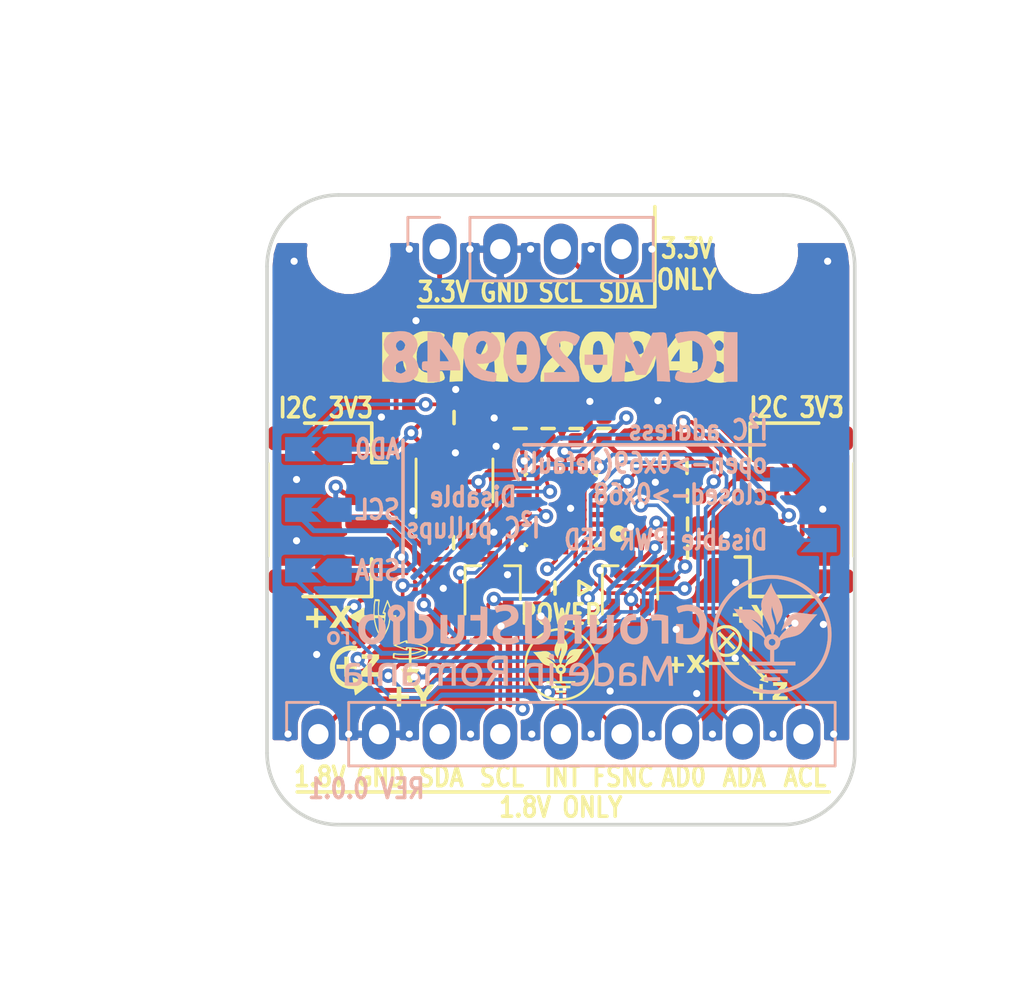
<source format=kicad_pcb>
(kicad_pcb (version 20211014) (generator pcbnew)
  (layers (0 "F.Cu" signal) (31 "B.Cu" signal) (34 "B.Paste" user) (35 "F.Paste" user) (36 "B.SilkS" user "B.Silkscreen") (37 "F.SilkS" user "F.Silkscreen") (38 "B.Mask" user) (39 "F.Mask" user) (44 "Edge.Cuts" user))
  (net 0 "")
  (net 1 "GND")
  (net 2 "+1.8V")
  (net 3 "Net-(C3-Pad1)")
  (net 4 "Net-(D1-Pad1)")
  (net 5 "Net-(J2-Pad2)")
  (net 6 "SDA_SDI")
  (net 7 "SCL_SCLK")
  (net 8 "Net-(U1-Pad19)")
  (net 9 "Net-(U1-Pad22)")
  (net 10 "Net-(J1-Pad2)")
  (net 11 "Net-(J3-Pad2)")
  (net 12 "AD0_SDO")
  (net 13 "Net-(REG1-Pad4)")
  (net 14 "INT")
  (net 15 "AUX_DA")
  (net 16 "FSYNC")
  (net 17 "AUX_CL")
  (net 18 "+3V3")
  (net 19 "SCL_SCLK_3V3")
  (net 20 "SDA_SDI_3V3")
  (footprint "GS_Local:C_0402_alt" (layer "F.Cu") (at -1.70942 -3.40614 90)
    (fp_text reference "C1")
    (fp_text value "C_0402_100nF_16V")
  )
  (footprint "GS_Local:C_0402_alt" (layer "F.Cu") (at 1.80594 -3.41122 90)
    (fp_text reference "C2")
    (fp_text value "C_0402_100nF_16V")
  )
  (footprint "GS_Local:C_0402_alt" (layer "F.Cu") (at -0.53594 -3.40614 90)
    (fp_text reference "C3")
    (fp_text value "C_0402_100nF_16V")
  )
  (footprint "GS_Local:C_0402_alt" (layer "F.Cu") (at -4.4958 1.3716 180)
    (fp_text reference "C4")
    (fp_text value "C_0402_1uF_10V")
  )
  (footprint "GS_Local:C_0402_alt" (layer "F.Cu") (at -4.47548 -3.86588)
    (fp_text reference "C5")
    (fp_text value "C_0402_1uF_10V")
  )
  (footprint "GS_Local:LED_0402_alt" (layer "F.Cu") (at -0.24638 3.27406 180)
    (fp_text reference "D1")
    (fp_text value "LED_0402_RED")
  )
  (footprint "GS_Local:Fiducial_0.75mm_Mask1.5mm" (layer "F.Cu") (at 10.9474 6.9596)
    (fp_text reference "FID1")
    (fp_text value "Fiducial")
  )
  (footprint "GS_Local:Fiducial_0.75mm_Mask1.5mm" (layer "F.Cu") (at -11.2014 -8.001)
    (fp_text reference "FID2")
    (fp_text value "Fiducial")
  )
  (footprint "GS_Local:SOT-323_SC-70" (layer "F.Cu") (at -2.8575 3.0734 90)
    (fp_text reference "Q3")
    (fp_text value "SOT-323 2N7002PW")
  )
  (footprint "GS_Local:SOT-323_SC-70" (layer "F.Cu") (at 2.8956 3.0734 90)
    (fp_text reference "Q4")
    (fp_text value "SOT-323 2N7002PW")
  )
  (footprint "GS_Local:R_0402_alt" (layer "F.Cu") (at 0.63754 -3.40614 90)
    (fp_text reference "R1")
    (fp_text value "R_0402_2.2k")
  )
  (footprint "GS_Local:R_0402_alt" (layer "F.Cu") (at 5.2832 -1.778)
    (fp_text reference "R5")
    (fp_text value "R_0402_2.2k")
  )
  (footprint "GS_Local:R_0402_alt" (layer "F.Cu") (at 5.3086 1.7653)
    (fp_text reference "R6")
    (fp_text value "R_0402_2.2k")
  )
  (footprint "GS_Local:R_0402_alt" (layer "F.Cu") (at 5.3086 -0.5842)
    (fp_text reference "R7")
    (fp_text value "R_0402_2.2k")
  )
  (footprint "GS_Local:R_0402_alt" (layer "F.Cu") (at 5.3086 0.59436)
    (fp_text reference "R8")
    (fp_text value "R_0402_2.2k")
  )
  (footprint "GS_Local:SOT-23-5" (layer "F.Cu") (at -4.4577 -1.2319 90)
    (fp_text reference "REG1")
    (fp_text value "SOT-23-5_ME6212C18M5G")
  )
  (footprint "GS_Local:SH__1x04_P1.00mm_Horizontal" (layer "F.Cu") (at -10.01162 0 -90)
    (fp_text reference "X1")
    (fp_text value "SH_1x04_P1.0_H")
  )
  (footprint "GS_Local:SH__1x04_P1.00mm_Horizontal" (layer "F.Cu") (at 10.01162 0 90)
    (fp_text reference "X2")
    (fp_text value "SH_1x04_P1.0_H")
  )
  (footprint "GS_Local:QFN-24-0EP_3x3mm_P0.4mm_NO-EP" (layer "F.Cu") (at 0 0 180)
    (fp_text reference "U1")
    (fp_text value "QFN-24_ICM-20948")
  )
  (footprint "GS_Local:compass" (layer "F.Cu") (at 6.985 5.969)
    (fp_text reference "G***")
    (fp_text value "LOGO")
  )
  (footprint "GS_Local:SCREW_M3" (layer "F.Cu") (at -8.89 -10.79308)
    (fp_text reference "REF**")
    (fp_text value "SCREW_M3")
  )
  (footprint "GS_Local:SCREW_M3" (layer "F.Cu") (at 8.18346 -10.79308)
    (fp_text reference "REF**")
    (fp_text value "SCREW_M3")
  )
  (footprint "GS_Branding:GS_Logo2_3x3" (layer "F.Cu") (at 0 6.477)
    (fp_text reference "G***")
    (fp_text value "LOGO")
  )
  (footprint "GS_Branding:GS_ICM-20948_15x2.3kicad_mod" (layer "F.Cu") (at -0.0508 -6.40588)
    (fp_text reference "G***")
    (fp_text value "LOGO")
  )
  (footprint "GS_Local:gyro" (layer "F.Cu") (at -8.001 5.969)
    (fp_text reference "G***")
    (fp_text value "LOGO")
  )
  (footprint "GS_Local:SolderJumper_NC" (layer "B.Cu") (at -10.16 2.54 180)
    (fp_text reference "J1")
    (fp_text value "Disable SDA pullup resistor")
  )
  (footprint "GS_Local:SolderJumper_NC" (layer "B.Cu") (at -10.16 0 180)
    (fp_text reference "J2")
    (fp_text value "Disable SCL pullup resistor")
  )
  (footprint "GS_Local:SolderJumper_NC" (layer "B.Cu") (at -10.16 -2.54 180)
    (fp_text reference "J3")
    (fp_text value "Disable AD0 pullup resistor")
  )
  (footprint "GS_Local:SolderJumper_NO" (layer "B.Cu") (at 10.16 -1.27)
    (fp_text reference "J5")
    (fp_text value "Closed for 0x68")
  )
  (footprint "GS_Local:SolderJumper_NC" (layer "B.Cu") (at 10.16 1.27)
    (fp_text reference "J6")
    (fp_text value "Cut to disable PWR LED")
  )
  (footprint "GS_Local:PinHeader_1x09_P2.54mm_Vertical_Male" (layer "B.Cu") (at -10.16 9.398 -90)
    (fp_text reference "J4")
    (fp_text value "PinHeader_1x09_P2.54_V_M")
  )
  (footprint "GS_Branding:GS_Logo2_5x5" (layer "B.Cu") (at 8.84936 5.22224 180)
    (fp_text reference "G***")
    (fp_text value "LOGO")
  )
  (footprint "GS_Branding:GS_GroundStudio_14.6x1.8" (layer "B.Cu") (at -1.1811 4.7244 180)
    (fp_text reference "G***")
    (fp_text value "LOGO")
  )
  (footprint "GS_Branding:GS_.ro_1.2x0.6" (layer "B.Cu") (at -9.1821 5.3721 180)
    (fp_text reference "G***")
    (fp_text value "LOGO")
  )
  (footprint "GS_Local:PinHeader_1x04_P2.54mm_Vertical_Male" (layer "B.Cu") (at -5.08 -10.922 -90)
    (fp_text reference "J7")
    (fp_text value "PinHeader_1x04_P2.54_V_M")
  )
  (footprint "GS_Branding:GS_Made in Romania_13.8x1.4" (layer "B.Cu") (at -2.16408 6.67512 180)
    (fp_text reference "G***")
    (fp_text value "LOGO")
  )
  (footprint "GS_Branding:GS_ICM-20948_15x2.3kicad_mod" (layer "B.Cu") (at -0.03556 -6.40588 180)
    (fp_text reference "G***")
    (fp_text value "LOGO")
  )
  (gr_line (start -1.54432 -2.72288) (end 8.52932 -2.72288) (layer "B.SilkS") (width 0.1524))
  (gr_line (start -6.61416 -2.921) (end -6.61416 2.8067) (layer "B.SilkS") (width 0.1524))
  (gr_line (start 11.2431 11.81958) (end -11.0454 11.81958) (layer "F.SilkS") (width 0.1524))
  (gr_line (start 3.937 -8.509) (end -5.969 -8.509) (layer "F.SilkS") (width 0.1524))
  (gr_line (start 3.937 -12.7) (end 3.937 -8.509) (layer "F.SilkS") (width 0.1524))
  (gr_line (start 12.31058 10.19006) (end 12.31058 -10.19006) (layer "Edge.Cuts") (width 0.1524))
  (gr_line (start -12.31058 -10.19006) (end -12.31082 10.19006) (layer "Edge.Cuts") (width 0.1524))
  (gr_arc (start 12.31058 10.19006) (mid 11.4319 12.31138) (end 9.31058 13.19006) (layer "Edge.Cuts") (width 0.1524))
  (gr_line (start -9.31082 13.19006) (end 9.31058 13.19006) (layer "Edge.Cuts") (width 0.1524))
  (gr_arc (start -9.31082 13.19006) (mid -11.43214 12.31138) (end -12.31082 10.19006) (layer "Edge.Cuts") (width 0.1524))
  (gr_arc (start -12.31058 -10.19006) (mid -11.4319 -12.31138) (end -9.31058 -13.19006) (layer "Edge.Cuts") (width 0.1524))
  (gr_line (start 9.31058 -13.19006) (end -9.31058 -13.19006) (layer "Edge.Cuts") (width 0.1524))
  (gr_arc (start 9.31058 -13.19006) (mid 11.4319 -12.31138) (end 12.31058 -10.19006) (layer "Edge.Cuts") (width 0.1524))
  (gr_text "Disable\nI²C pullups" (at -3.683 0.11176) (layer "B.SilkS") (effects (font (size 0.8128 0.6604) (thickness 0.1524)) (justify mirror)))
  (gr_text "SDA" (at -7.68096 2.54) (layer "B.SilkS") (effects (font (size 0.8128 0.6604) (thickness 0.1524)) (justify mirror)))
  (gr_text "SCL" (at -7.68096 0) (layer "B.SilkS") (effects (font (size 0.8128 0.6604) (thickness 0.1524)) (justify mirror)))
  (gr_text "AD0" (at -7.68096 -2.54) (layer "B.SilkS") (effects (font (size 0.8128 0.6604) (thickness 0.1524)) (justify mirror)))
  (gr_text "Disable PWR LED" (at 8.74268 1.26492) (layer "B.SilkS") (effects (font (size 0.8128 0.6604) (thickness 0.1524)) (justify left mirror)))
  (gr_text "I²C address" (at 8.75792 -3.33756) (layer "B.SilkS") (effects (font (size 0.8128 0.6604) (thickness 0.1524)) (justify left mirror)))
  (gr_text "REV 0.0.1" (at -8.15086 11.68146) (layer "B.SilkS") (effects (font (size 0.8128 0.6604) (thickness 0.1524)) (justify mirror)))
  (gr_text "open->0x69(default)\nclosed->0x68" (at 8.73252 -1.2954) (layer "B.SilkS") (effects (font (size 0.8128 0.6604) (thickness 0.1524)) (justify left mirror)))
  (gr_text "I2C 3V3" (at -9.85012 -4.2672) (layer "F.SilkS") (effects (font (size 0.8128 0.6604) (thickness 0.1524))))
  (gr_text "I2C 3V3" (at 9.87552 -4.28752) (layer "F.SilkS") (effects (font (size 0.8128 0.6604) (thickness 0.1524))))
  (gr_text "SCL" (at -2.4729 11.18458) (layer "F.SilkS") (effects (font (size 0.8128 0.6604) (thickness 0.1524))))
  (gr_text "ACL" (at 10.2271 11.18458) (layer "F.SilkS") (effects (font (size 0.8128 0.6604) (thickness 0.1524))))
  (gr_text "AD0" (at 5.1471 11.18458) (layer "F.SilkS") (effects (font (size 0.8128 0.6604) (thickness 0.1524))))
  (gr_text "FSNC" (at 2.6071 11.18458) (layer "F.SilkS") (effects (font (size 0.8128 0.6604) (thickness 0.1524))))
  (gr_text "GND" (at -7.5529 11.18458) (layer "F.SilkS") (effects (font (size 0.8128 0.6604) (thickness 0.1524))))
  (gr_text "INT" (at 0.0671 11.18458) (layer "F.SilkS") (effects (font (size 0.8128 0.6604) (thickness 0.1524))))
  (gr_text "SDA" (at -5.0129 11.18458) (layer "F.SilkS") (effects (font (size 0.8128 0.6604) (thickness 0.1524))))
  (gr_text "ADA" (at 7.6871 11.18458) (layer "F.SilkS") (effects (font (size 0.8128 0.6604) (thickness 0.1524))))
  (gr_text "1.8V" (at -10.0929 11.18458) (layer "F.SilkS") (effects (font (size 0.8128 0.6604) (thickness 0.1524))))
  (gr_text "1.8V ONLY" (at -0.00508 12.46632) (layer "F.SilkS") (effects (font (size 0.8128 0.6604) (thickness 0.1524))))
  (gr_text "3.3V\nONLY" (at 5.27812 -10.29716) (layer "F.SilkS") (effects (font (size 0.8128 0.6604) (thickness 0.1524))))
  (gr_text "SCL" (at -0.02032 -9.12718) (layer "F.SilkS") (effects (font (size 0.8128 0.6604) (thickness 0.1524))))
  (gr_text "GND" (at -2.36622 -9.12718) (layer "F.SilkS") (effects (font (size 0.8128 0.6604) (thickness 0.1524))))
  (gr_text "3.3V" (at -4.90622 -9.12718) (layer "F.SilkS") (effects (font (size 0.8128 0.6604) (thickness 0.1524))))
  (gr_text "SDA" (at 2.51968 -9.12718) (layer "F.SilkS") (effects (font (size 0.8128 0.6604) (thickness 0.1524))))
  (gr_text "POWER" (at 0 4.3815) (layer "F.SilkS") (effects (font (size 0.8128 0.6604) (thickness 0.1524))))
  (segment (start 10.9728 2.9972) (end 10.16402 2.9972) (width 0.2032) (layer "F.Cu") (net 1))
  (segment (start 10.9982 2.9972) (end 10.16402 2.9972) (width 0.2032) (layer "F.Cu") (net 1))
  (via (at -4.4196 -2.3876) (size 0.6) (drill 0.3) (layers "F.Cu" "B.Cu") (net 1))
  (via (at -2.8067 0.9398) (size 0.6) (drill 0.3) (layers "F.Cu" "B.Cu") (net 1))
  (via (at 0.4064 -0.0635) (size 0.6) (drill 0.3) (layers "F.Cu" "B.Cu") (net 1))
  (via (at -4.9276 3.2893) (size 0.6) (drill 0.3) (layers "F.Cu" "B.Cu") (net 1))
  (via (at -10.23112 6.06044) (size 0.6) (drill 0.3) (layers "F.Cu" "B.Cu") (net 1))
  (via (at -1.2192 9.398) (size 0.6) (drill 0.3) (layers "F.Cu" "B.Cu") (net 1))
  (via (at 2.06248 7.5946) (size 0.6) (drill 0.3) (layers "F.Cu" "B.Cu") (net 1))
  (via (at 7.3025 6.2103) (size 0.6) (drill 0.3) (layers "F.Cu" "B.Cu") (net 1))
  (via (at 4.83108 5.00888) (size 0.6) (drill 0.3) (layers "F.Cu" "B.Cu") (net 1))
  (via (at -4.4069 -5.0419) (size 0.6) (drill 0.3) (layers "F.Cu" "B.Cu") (net 1))
  (via (at -11.176 -10.414) (size 0.6) (drill 0.3) (layers "F.Cu" "B.Cu") (net 1))
  (via (at 11.176 -10.414) (size 0.6) (drill 0.3) (layers "F.Cu" "B.Cu") (net 1))
  (via (at -11.43 9.398) (size 0.6) (drill 0.3) (layers "F.Cu" "B.Cu") (net 1))
  (via (at 11.43 9.398) (size 0.6) (drill 0.3) (layers "F.Cu" "B.Cu") (net 1))
  (via (at 4.064 -4.572) (size 0.6) (drill 0.3) (layers "F.Cu" "B.Cu") (net 1))
  (via (at -6.0706 -7.9248) (size 0.6) (drill 0.3) (layers "F.Cu" "B.Cu") (net 1))
  (via (at -11.0744 -1.27) (size 0.6) (drill 0.3) (layers "F.Cu" "B.Cu") (net 1))
  (via (at -0.83312 4.45008) (size 0.6) (drill 0.3) (layers "F.Cu" "B.Cu") (net 1))
  (via (at -3.7846 9.398) (size 0.6) (drill 0.3) (layers "F.Cu" "B.Cu") (net 1))
  (via (at -6.35 9.398) (size 0.6) (drill 0.3) (layers "F.Cu" "B.Cu") (net 1))
  (via (at -8.89 9.398) (size 0.6) (drill 0.3) (layers "F.Cu" "B.Cu") (net 1))
  (via (at 1.27 9.398) (size 0.6) (drill 0.3) (layers "F.Cu" "B.Cu") (net 1))
  (via (at 3.81 9.398) (size 0.6) (drill 0.3) (layers "F.Cu" "B.Cu") (net 1))
  (via (at 6.35 9.398) (size 0.6) (drill 0.3) (layers "F.Cu" "B.Cu") (net 1))
  (via (at 8.89 9.398) (size 0.6) (drill 0.3) (layers "F.Cu" "B.Cu") (net 1))
  (via (at -1.27 -10.922) (size 0.6) (drill 0.3) (layers "F.Cu" "B.Cu") (net 1))
  (via (at -3.81 -10.922) (size 0.6) (drill 0.3) (layers "F.Cu" "B.Cu") (net 1))
  (via (at 1.27 -10.922) (size 0.6) (drill 0.3) (layers "F.Cu" "B.Cu") (net 1))
  (via (at 3.81 -10.922) (size 0.6) (drill 0.3) (layers "F.Cu" "B.Cu") (net 1))
  (via (at -6.35 -10.922) (size 0.6) (drill 0.3) (layers "F.Cu" "B.Cu") (net 1))
  (via (at 2.921 0.7112) (size 0.6) (drill 0.3) (layers "F.Cu" "B.Cu") (net 1))
  (via (at 5.6896 7.6962) (size 0.6) (drill 0.3) (layers "F.Cu" "B.Cu") (net 1))
  (via (at -7.5184 -3.8862) (size 0.6) (drill 0.3) (layers "F.Cu" "B.Cu") (net 1))
  (via (at 10.9982 4.8006) (size 0.6) (drill 0.3) (layers "F.Cu" "B.Cu") (net 1))
  (via (at 1.21412 -4.54152) (size 0.6) (drill 0.3) (layers "F.Cu" "B.Cu") (net 1))
  (via (at -2.2352 2.7178) (size 0.6) (drill 0.3) (layers "F.Cu" "B.Cu") (net 1))
  (via (at -11.0744 1.2954) (size 0.6) (drill 0.3) (layers "F.Cu" "B.Cu") (net 1))
  (via (at -2.794 -3.8481) (size 0.6) (drill 0.3) (layers "F.Cu" "B.Cu") (net 1))
  (via (at -2.50952 4.87172) (size 0.6) (drill 0.3) (layers "F.Cu" "B.Cu") (net 1))
  (via (at 3.95732 -1.15316) (size 0.6) (drill 0.3) (layers "F.Cu" "B.Cu") (net 1))
  (via (at 10.9728 -0.0254) (size 0.6) (drill 0.3) (layers "F.Cu" "B.Cu") (net 1))
  (via (at -6.1976 0.0508) (size 0.6) (drill 0.3) (layers "F.Cu" "B.Cu") (net 1))
  (via (at 6.92912 1.05156) (size 0.6) (drill 0.3) (layers "F.Cu" "B.Cu") (net 1))
  (via (at -1.6256 1.6256) (size 0.6) (drill 0.3) (layers "F.Cu" "B.Cu") (net 1))
  (via (at -2.71272 -2.66192) (size 0.6) (drill 0.3) (layers "F.Cu" "B.Cu") (net 1))
  (via (at 7.32028 3.048) (size 0.6) (drill 0.3) (layers "F.Cu" "B.Cu") (net 1))
  (segment (start 2.2456 4.0734) (end 1.6797 4.0734) (width 0.2032) (layer "F.Cu") (net 2))
  (segment (start -3.103953 3.128981) (end -2.643941 3.128981) (width 0.2032) (layer "F.Cu") (net 2))
  (segment (start 0.28702 4.3053) (end -0.73138 3.2869) (width 0.2032) (layer "F.Cu") (net 2))
  (segment (start -10.16 9.398) (end -8.32612 7.56412) (width 0.2032) (layer "F.Cu") (net 2))
  (segment (start -0.87884 3.27406) (end -0.73138 3.27406) (width 0.2032) (layer "F.Cu") (net 2))
  (segment (start -5.74548 7.56412) (end -3.5075 5.32614) (width 0.2032) (layer "F.Cu") (net 2))
  (segment (start -6.27351 -3.19771) (end -6.27351 -3.2258) (width 0.2032) (layer "F.Cu") (net 2))
  (segment (start -1.70942 -2.92114) (end -1.5367 -2.0447) (width 0.2032) (layer "F.Cu") (net 2))
  (segment (start -2.501121 3.271801) (end -0.733639 3.271801) (width 0.2032) (layer "F.Cu") (net 2))
  (segment (start -3.5075 5.32614) (end -3.5075 4.0734) (width 0.2032) (layer "F.Cu") (net 2))
  (segment (start -3.5075 3.532528) (end -3.103953 3.128981) (width 0.2032) (layer "F.Cu") (net 2))
  (segment (start -1.9464 -1) (end -2.2098 -0.7366) (width 0.2032) (layer "F.Cu") (net 2))
  (segment (start 5.7682 -1.778) (end 5.1459 -2.4003) (width 0.2032) (layer "F.Cu") (net 2))
  (segment (start 1.80594 -2.92622) (end 2.740534 -3.860814) (width 0.2032) (layer "F.Cu") (net 2))
  (segment (start 1.6797 4.0734) (end 1.4478 4.3053) (width 0.2032) (layer "F.Cu") (net 2))
  (segment (start 0.7797 -2.2479) (end 1.12762 -2.2479) (width 0.2032) (layer "F.Cu") (net 2))
  (segment (start -2.2098 -0.7366) (end -2.2098 1.9431) (width 0.2032) (layer "F.Cu") (net 2))
  (segment (start -0.73138 3.2869) (end -0.73138 3.27406) (width 0.2032) (layer "F.Cu") (net 2))
  (segment (start -1.545 -1) (end -1.545 -2.0364) (width 0.2032) (layer "F.Cu") (net 2))
  (segment (start -4.96048 -3.86588) (end -5.63343 -3.86588) (width 0.2032) (layer "F.Cu") (net 2))
  (segment (start 1.12762 -2.2479) (end 1.80594 -2.92622) (width 0.2032) (layer "F.Cu") (net 2))
  (segment (start 0.6 -1.545) (end 0.6 -2.0682) (width 0.2032) (layer "F.Cu") (net 2))
  (segment (start -3.5075 4.0734) (end -3.5075 3.532528) (width 0.2032) (layer "F.Cu") (net 2))
  (segment (start -2.643941 3.128981) (end -2.501121 3.271801) (width 0.2032) (layer "F.Cu") (net 2))
  (segment (start -4.3204 -3.2258) (end -2.01408 -3.2258) (width 0.2032) (layer "F.Cu") (net 2))
  (segment (start -5.63343 -3.86588) (end -6.27351 -3.2258) (width 0.2032) (layer "F.Cu") (net 2))
  (segment (start -1.545 -2.0364) (end -1.5367 -2.0447) (width 0.2032) (layer "F.Cu") (net 2))
  (segment (start -0.733639 3.271801) (end -0.73138 3.27406) (width 0.2032) (layer "F.Cu") (net 2))
  (segment (start 5.7936 -1.7526) (end 5.7682 -1.778) (width 0.2032) (layer "F.Cu") (net 2))
  (segment (start 5.1459 -2.4003) (end 2.33186 -2.4003) (width 0.2032) (layer "F.Cu") (net 2))
  (segment (start 0.6 -2.0682) (end 0.7797 -2.2479) (width 0.2032) (layer "F.Cu") (net 2))
  (segment (start -2.2098 1.9431) (end -0.87884 3.27406) (width 0.2032) (layer "F.Cu") (net 2))
  (segment (start -4.96048 -3.86588) (end -4.3204 -3.2258) (width 0.2032) (layer "F.Cu") (net 2))
  (segment (start -8.32612 7.56412) (end -5.74548 7.56412) (width 0.2032) (layer "F.Cu") (net 2))
  (segment (start -1.545 -1) (end -1.9464 -1) (width 0.2032) (layer "F.Cu") (net 2))
  (segment (start -2.01408 -3.2258) (end -1.70942 -2.92114) (width 0.2032) (layer "F.Cu") (net 2))
  (segment (start 5.7936 -0.5842) (end 5.7936 -1.7526) (width 0.2032) (layer "F.Cu") (net 2))
  (segment (start 2.33186 -2.4003) (end 1.80594 -2.92622) (width 0.2032) (layer "F.Cu") (net 2))
  (segment (start -5.4077 -2.3319) (end -6.27351 -3.19771) (width 0.2032) (layer "F.Cu") (net 2))
  (segment (start 1.4478 4.3053) (end 0.28702 4.3053) (width 0.2032) (layer "F.Cu") (net 2))
  (via (at 2.740534 -3.860814) (size 0.6) (drill 0.3) (layers "F.Cu" "B.Cu") (net 2))
  (via locked (at -1.5367 -2.0447) (size 0.6) (drill 0.3) (layers "F.Cu" "B.Cu") (net 2))
  (via (at -6.27351 -3.2258) (size 0.6) (drill 0.3) (layers "F.Cu" "B.Cu") (net 2))
  (segment (start -0.09652 -3.00736) (end 0.86868 -3.00736) (width 0.2032) (layer "B.Cu") (net 2))
  (segment (start 1.3462 -3.48488) (end 2.3646 -3.48488) (width 0.2032) (layer "B.Cu") (net 2))
  (segment (start -6.95931 -2.54) (end -6.27351 -3.2258) (width 0.2032) (layer "B.Cu") (net 2))
  (segment (start 0.86868 -3.00736) (end 1.3462 -3.48488) (width 0.2032) (layer "B.Cu") (net 2))
  (segment (start -1.05918 -2.0447) (end -0.09652 -3.00736) (width 0.2032) (layer "B.Cu") (net 2))
  (segment (start 2.3646 -3.48488) (end 2.740534 -3.860814) (width 0.2032) (layer "B.Cu") (net 2))
  (segment (start -1.5367 -2.0447) (end -1.05918 -2.0447) (width 0.2032) (layer "B.Cu") (net 2))
  (segment (start -9.271 -2.54) (end -6.95931 -2.54) (width 0.2032) (layer "B.Cu") (net 2))
  (segment (start -0.2 -1.9272) (end -0.2 -1.545) (width 0.1524) (layer "F.Cu") (net 3))
  (segment (start -0.53594 -2.92114) (end -0.53594 -2.26314) (width 0.1524) (layer "F.Cu") (net 3))
  (segment (start -0.53594 -2.26314) (end -0.2 -1.9272) (width 0.1524) (layer "F.Cu") (net 3))
  (segment (start 3.14452 3.18516) (end 3.454159 3.494799) (width 0.1524) (layer "F.Cu") (net 4))
  (segment (start 3.454159 3.494799) (end 4.592067 3.494799) (width 0.1524) (layer "F.Cu") (net 4))
  (segment (start 9.1821 4.1275) (end 9.8044 4.7498) (width 0.1524) (layer "F.Cu") (net 4))
  (segment (start 1.6383 2.54) (end 2.28346 3.18516) (width 0.1524) (layer "F.Cu") (net 4))
  (segment (start 5.224768 4.1275) (end 9.1821 4.1275) (width 0.1524) (layer "F.Cu") (net 4))
  (segment (start 4.592067 3.494799) (end 5.224768 4.1275) (width 0.1524) (layer "F.Cu") (net 4))
  (segment (start 2.28346 3.18516) (end 3.14452 3.18516) (width 0.1524) (layer "F.Cu") (net 4))
  (segment (start 0.70866 3.27406) (end 1.1303 3.6957) (width 0.1524) (layer "F.Cu") (net 4))
  (segment (start 0.23862 3.27406) (end 0.70866 3.27406) (width 0.1524) (layer "F.Cu") (net 4))
  (via (at 9.8044 4.7498) (size 0.6) (drill 0.3) (layers "F.Cu" "B.Cu") (net 4))
  (via (at 1.1303 3.6957) (size 0.6) (drill 0.3) (layers "F.Cu" "B.Cu") (net 4))
  (via (at 1.6383 2.54) (size 0.6) (drill 0.3) (layers "F.Cu" "B.Cu") (net 4))
  (segment (start 11.049 3.5052) (end 9.8044 4.7498) (width 0.1524) (layer "B.Cu") (net 4))
  (segment (start 11.049 1.27) (end 11.049 3.5052) (width 0.1524) (layer "B.Cu") (net 4))
  (segment (start 1.6383 3.1877) (end 1.1303 3.6957) (width 0.1524) (layer "B.Cu") (net 4))
  (segment (start 1.6383 2.54) (end 1.6383 3.1877) (width 0.1524) (layer "B.Cu") (net 4))
  (segment (start -6.6802 1.9812) (end -5.7404 2.921) (width 0.2032) (layer "F.Cu") (net 5))
  (segment (start -5.7404 2.921) (end -5.7404 3.96748) (width 0.2032) (layer "F.Cu") (net 5))
  (segment (start -6.6802 1.9812) (end -6.6802 1.99136) (width 0.2032) (layer "F.Cu") (net 5))
  (segment (start 4.04876 0.59436) (end 4.0005 0.5461) (width 0.2032) (layer "F.Cu") (net 5))
  (segment (start 4.8236 0.59436) (end 4.04876 0.59436) (width 0.2032) (layer "F.Cu") (net 5))
  (via (at -6.6802 1.9812) (size 0.6) (drill 0.3) (layers "F.Cu" "B.Cu") (net 5))
  (via locked (at 4.0005 0.5461) (size 0.6) (drill 0.3) (layers "F.Cu" "B.Cu") (net 5))
  (via (at -5.7404 3.96748) (size 0.6) (drill 0.3) (layers "F.Cu" "B.Cu") (net 5))
  (segment (start -11.049 0.1778) (end -10.35304 0.87376) (width 0.2032) (layer "B.Cu") (net 5))
  (segment (start 4.0005 0.5461) (end 3.3401 1.2065) (width 0.2032) (layer "B.Cu") (net 5))
  (segment (start -7.16534 0.87376) (end -6.6802 1.3589) (width 0.2032) (layer "B.Cu") (net 5))
  (segment (start 2.0066 3.805676) (end 0.275087 5.537189) (width 0.2032) (layer "B.Cu") (net 5))
  (segment (start 3.3401 1.2065) (end 3.3401 2.00914) (width 0.2032) (layer "B.Cu") (net 5))
  (segment (start -10.35304 0.87376) (end -7.16534 0.87376) (width 0.2032) (layer "B.Cu") (net 5))
  (segment (start 0.275087 5.537189) (end -4.170691 5.537189) (width 0.2032) (layer "B.Cu") (net 5))
  (segment (start 2.0066 3.34264) (end 2.0066 3.805676) (width 0.2032) (layer "B.Cu") (net 5))
  (segment (start -6.6802 1.3589) (end -6.6802 1.9812) (width 0.2032) (layer "B.Cu") (net 5))
  (segment (start 3.3401 2.00914) (end 2.0066 3.34264) (width 0.2032) (layer "B.Cu") (net 5))
  (segment (start -4.170691 5.537189) (end -5.7404 3.96748) (width 0.2032) (layer "B.Cu") (net 5))
  (segment (start -11.049 0) (end -11.049 0.1778) (width 0.2032) (layer "B.Cu") (net 5))
  (segment (start 1.841482 1.545) (end 2.14884 1.237642) (width 0.1524) (layer "F.Cu") (net 6))
  (segment (start 1 1.545) (end 1.531998 1.545) (width 0.1524) (layer "F.Cu") (net 6))
  (segment (start 2.14884 1.237642) (end 2.14884 -0.56388) (width 0.1524) (layer "F.Cu") (net 6))
  (segment (start 2.77876 -1.1938) (end 3.36296 -1.778) (width 0.1524) (layer "F.Cu") (net 6))
  (segment (start 1.531998 1.545) (end 1.841482 1.545) (width 0.1524) (layer "F.Cu") (net 6))
  (segment (start 2.14884 -0.56388) (end 2.77876 -1.1938) (width 0.1524) (layer "F.Cu") (net 6))
  (segment (start -3.043199 3.970578) (end -2.806601 3.73398) (width 0.1524) (layer "F.Cu") (net 6))
  (segment (start -2.2075 4.0734) (end -2.52476 3.96748) (width 0.1524) (layer "F.Cu") (net 6))
  (segment (start -2.54 5.69468) (end -3.043199 5.191481) (width 0.1524) (layer "F.Cu") (net 6))
  (segment (start -2.52476 3.96748) (end -2.806601 3.73398) (width 0.1524) (layer "F.Cu") (net 6))
  (segment (start 3.36296 -1.778) (end 4.7982 -1.778) (width 0.1524) (layer "F.Cu") (net 6))
  (segment (start -2.54 9.398) (end -2.54 5.69468) (width 0.1524) (layer "F.Cu") (net 6))
  (segment (start -3.043199 5.191481) (end -3.043199 3.970578) (width 0.1524) (layer "F.Cu") (net 6))
  (via (at 2.77876 -1.1938) (size 0.6) (drill 0.3) (layers "F.Cu" "B.Cu") (net 6))
  (via (at -2.806601 3.73398) (size 0.6) (drill 0.3) (layers "F.Cu" "B.Cu") (net 6))
  (segment (start -1.01618 3.73398) (end -2.806601 3.73398) (width 0.1524) (layer "B.Cu") (net 6))
  (segment (start 2.77876 -1.1938) (end 2.2352 -1.1938) (width 0.1524) (layer "B.Cu") (net 6))
  (segment (start 1.5494 -0.508) (end 1.5494 1.1684) (width 0.1524) (layer "B.Cu") (net 6))
  (segment (start 1.5494 1.1684) (end -1.01618 3.73398) (width 0.1524) (layer "B.Cu") (net 6))
  (segment (start 2.2352 -1.1938) (end 1.5494 -0.508) (width 0.1524) (layer "B.Cu") (net 6))
  (segment (start 2.937645 4.367837) (end 2.937645 3.748433) (width 0.1524) (layer "F.Cu") (net 7))
  (segment (start 0.6 1.545) (end 0.6 2.25708) (width 0.1524) (layer "F.Cu") (net 7))
  (segment (start 2.679183 3.489971) (end 2.937645 3.748433) (width 0.1524) (layer "F.Cu") (net 7))
  (segment (start 2.644582 4.6609) (end 2.937645 4.367837) (width 0.1524) (layer "F.Cu") (net 7))
  (segment (start -1.08712 3.9116) (end -0.58928 3.9116) (width 0.1524) (layer "F.Cu") (net 7))
  (segment (start 0.6 2.25708) (end 1.832891 3.489971) (width 0.1524) (layer "F.Cu") (net 7))
  (segment (start -1.813605 8.133381) (end -1.813605 4.638085) (width 0.1524) (layer "F.Cu") (net 7))
  (segment (start 3.262612 4.0734) (end 2.937645 3.748433) (width 0.1524) (layer "F.Cu") (net 7))
  (segment (start -1.813605 4.638085) (end -1.08712 3.9116) (width 0.1524) (layer "F.Cu") (net 7))
  (segment (start 0.16002 4.6609) (end 2.644582 4.6609) (width 0.1524) (layer "F.Cu") (net 7))
  (segment (start 3.7465 -0.5842) (end 3.3528 -0.1905) (width 0.1524) (layer "F.Cu") (net 7))
  (segment (start 1.832891 3.489971) (end 2.679183 3.489971) (width 0.1524) (layer "F.Cu") (net 7))
  (segment (start -1.605626 8.34136) (end -1.813605 8.133381) (width 0.1524) (layer "F.Cu") (net 7))
  (segment (start 4.8236 -0.5842) (end 3.7465 -0.5842) (width 0.1524) (layer "F.Cu") (net 7))
  (segment (start -1.60528 8.34136) (end -1.605626 8.34136) (width 0.1524) (layer "F.Cu") (net 7))
  (segment (start -0.58928 3.9116) (end 0.16002 4.6609) (width 0.1524) (layer "F.Cu") (net 7))
  (segment (start 3.5456 4.0734) (end 3.262612 4.0734) (width 0.1524) (layer "F.Cu") (net 7))
  (via (at 3.3528 -0.1905) (size 0.6) (drill 0.3) (layers "F.Cu" "B.Cu") (net 7))
  (via locked (at 2.937645 3.748433) (size 0.6) (drill 0.3) (layers "F.Cu" "B.Cu") (net 7))
  (via (at -1.60528 8.34136) (size 0.6) (drill 0.3) (layers "F.Cu" "B.Cu") (net 7))
  (segment (start 2.937645 3.413088) (end 2.937645 3.748433) (width 0.1524) (layer "B.Cu") (net 7))
  (segment (start -1.605626 8.34136) (end -1.813605 8.133381) (width 0.1524) (layer "B.Cu") (net 7))
  (segment (start -1.848828 8.097812) (end -1.60528 8.34136) (width 0.1524) (layer "B.Cu") (net 7))
  (segment (start 3.3528 -0.1905) (end 4.04623 -0.1905) (width 0.1524) (layer "B.Cu") (net 7))
  (segment (start -4.917732 8.097812) (end -1.848828 8.097812) (width 0.1524) (layer "B.Cu") (net 7))
  (segment (start 4.529101 0.292371) (end 4.529101 1.821632) (width 0.1524) (layer "B.Cu") (net 7))
  (segment (start -1.60528 8.34136) (end -1.605626 8.34136) (width 0.1524) (layer "B.Cu") (net 7))
  (segment (start -5.08 8.26008) (end -4.917732 8.097812) (width 0.1524) (layer "B.Cu") (net 7))
  (segment (start -5.08 9.398) (end -5.08 8.26008) (width 0.1524) (layer "B.Cu") (net 7))
  (segment (start 4.04623 -0.1905) (end 4.529101 0.292371) (width 0.1524) (layer "B.Cu") (net 7))
  (segment (start 4.529101 1.821632) (end 2.937645 3.413088) (width 0.1524) (layer "B.Cu") (net 7))
  (segment (start 4.8236 1.7653) (end 5.20192 2.37744) (width 0.1524) (layer "F.Cu") (net 10))
  (via (at 5.20192 2.37744) (size 0.6) (drill 0.3) (layers "F.Cu" "B.Cu") (net 10))
  (segment (start 3.988172 2.88036) (end 4.70408 2.88036) (width 0.1524) (layer "B.Cu") (net 10))
  (segment (start -7.660258 6.33985) (end 0.442322 6.33985) (width 0.1524) (layer "B.Cu") (net 10))
  (segment (start 3.466246 4.002162) (end 3.466246 3.402286) (width 0.1524) (layer "B.Cu") (net 10))
  (segment (start 3.191374 4.277034) (end 3.466246 4.002162) (width 0.1524) (layer "B.Cu") (net 10))
  (segment (start 3.466246 3.402286) (end 3.988172 2.88036) (width 0.1524) (layer "B.Cu") (net 10))
  (segment (start 4.70408 2.88036) (end 5.20192 2.38252) (width 0.1524) (layer "B.Cu") (net 10))
  (segment (start 0.442322 6.33985) (end 2.505138 4.277034) (width 0.1524) (layer "B.Cu") (net 10))
  (segment (start 2.505138 4.277034) (end 3.191374 4.277034) (width 0.1524) (layer "B.Cu") (net 10))
  (segment (start -11.049 2.951108) (end -7.660258 6.33985) (width 0.1524) (layer "B.Cu") (net 10))
  (segment (start -11.049 2.54) (end -11.049 2.951108) (width 0.1524) (layer "B.Cu") (net 10))
  (segment (start 5.20192 2.38252) (end 5.20192 2.37744) (width 0.1524) (layer "B.Cu") (net 10))
  (segment (start 0.63754 -3.89114) (end 0.62498 -3.89114) (width 0.1524) (layer "F.Cu") (net 11))
  (segment (start 0.09652 -4.4196) (end -5.669282 -4.4196) (width 0.1524) (layer "F.Cu") (net 11))
  (segment (start 0.62498 -3.89114) (end 0.09652 -4.4196) (width 0.1524) (layer "F.Cu") (net 11))
  (via (at -5.669282 -4.4196) (size 0.6) (drill 0.3) (layers "F.Cu" "B.Cu") (net 11))
  (segment (start -11.049 -2.54) (end -9.1694 -4.4196) (width 0.1524) (layer "B.Cu") (net 11))
  (segment (start -9.1694 -4.4196) (end -5.669282 -4.4196) (width 0.1524) (layer "B.Cu") (net 11))
  (segment (start 0.1524 -2.4511) (end 0.2 -1.545) (width 0.1524) (layer "F.Cu") (net 12))
  (segment (start 6.70052 -1.48336) (end 6.4008 -1.18364) (width 0.1524) (layer "F.Cu") (net 12))
  (segment (start 6.70052 -2.4638) (end 6.70052 -1.48336) (width 0.1524) (layer "F.Cu") (net 12))
  (segment (start 5.1308 -3.683) (end 5.48132 -3.683) (width 0.1524) (layer "F.Cu") (net 12))
  (segment (start 0.63754 -2.92114) (end 0.1675 -2.4511) (width 0.1524) (layer "F.Cu") (net 12))
  (segment (start 5.48132 -3.683) (end 6.70052 -2.4638) (width 0.1524) (layer "F.Cu") (net 12))
  (segment (start 0.1675 -2.4511) (end 0.1524 -2.4511) (width 0.1524) (layer "F.Cu") (net 12))
  (via (at 6.4008 -1.18364) (size 0.6) (drill 0.3) (layers "F.Cu" "B.Cu") (net 12))
  (via (at 5.1308 -3.683) (size 0.6) (drill 0.3) (layers "F.Cu" "B.Cu") (net 12))
  (via locked (at 0.1524 -2.4511) (size 0.6) (drill 0.3) (layers "F.Cu" "B.Cu") (net 12))
  (segment (start 5.08 9.398) (end 6.273778 8.204222) (width 0.1524) (layer "B.Cu") (net 12))
  (segment (start 1.50368 -3.14452) (end 4.59232 -3.14452) (width 0.1524) (layer "B.Cu") (net 12))
  (segment (start 5.74548 -0.52832) (end 6.4008 -1.18364) (width 0.1524) (layer "B.Cu") (net 12))
  (segment (start 6.61924 -3.15468) (end 5.65912 -3.15468) (width 0.1524) (layer "B.Cu") (net 12))
  (segment (start 4.59232 -3.14452) (end 5.1308 -3.683) (width 0.1524) (layer "B.Cu") (net 12))
  (segment (start 0.1524 -2.4511) (end 0.81026 -2.4511) (width 0.1524) (layer "B.Cu") (net 12))
  (segment (start 0.81026 -2.4511) (end 1.50368 -3.14452) (width 0.1524) (layer "B.Cu") (net 12))
  (segment (start 0.1675 -2.4511) (end 0.1524 -2.4511) (width 0.1524) (layer "B.Cu") (net 12))
  (segment (start 8.50392 -1.27) (end 6.61924 -3.15468) (width 0.1524) (layer "B.Cu") (net 12))
  (segment (start 5.74548 4.626414) (end 5.74548 -0.52832) (width 0.1524) (layer "B.Cu") (net 12))
  (segment (start 6.273778 5.154712) (end 5.74548 4.626414) (width 0.1524) (layer "B.Cu") (net 12))
  (segment (start 9.271 -1.27) (end 8.50392 -1.27) (width 0.1524) (layer "B.Cu") (net 12))
  (segment (start 5.65912 -3.15468) (end 5.1308 -3.683) (width 0.1524) (layer "B.Cu") (net 12))
  (segment (start 6.273778 8.204222) (end 6.273778 5.154712) (width 0.1524) (layer "B.Cu") (net 12))
  (segment (start -5.679743 6.471639) (end -6.757059 6.471639) (width 0.1524) (layer "F.Cu") (net 14))
  (segment (start -4.2164 2.6416) (end -4.2164 3.144892) (width 0.1524) (layer "F.Cu") (net 14))
  (segment (start -4.399291 3.327783) (end -4.399291 5.232411) (width 0.1524) (layer "F.Cu") (net 14))
  (segment (start -0.996399 -0.107399) (end -0.6223 0.2667) (width 0.1524) (layer "F.Cu") (net 14))
  (segment (start -4.399291 5.232411) (end -5.659131 6.492251) (width 0.1524) (layer "F.Cu") (net 14))
  (segment (start -5.659131 6.492251) (end -5.679743 6.471639) (width 0.1524) (layer "F.Cu") (net 14))
  (segment (start -0.996399 -1.541399) (end -0.996399 -0.107399) (width 0.1524) (layer "F.Cu") (net 14))
  (segment (start -4.2164 3.144892) (end -4.399291 3.327783) (width 0.1524) (layer "F.Cu") (net 14))
  (segment (start -6.757059 6.471639) (end -7.23515 6.94973) (width 0.1524) (layer "F.Cu") (net 14))
  (segment (start -1 -1.545) (end -0.996399 -1.541399) (width 0.1524) (layer "F.Cu") (net 14))
  (via (at -7.23515 6.94973) (size 0.6) (drill 0.3) (layers "F.Cu" "B.Cu") (net 14))
  (via (at -0.6223 0.2667) (size 0.6) (drill 0.3) (layers "F.Cu" "B.Cu") (net 14))
  (via (at -4.2164 2.6416) (size 0.6) (drill 0.3) (layers "F.Cu" "B.Cu") (net 14))
  (segment (start 0 7.4168) (end -0.3048 7.112) (width 0.1524) (layer "B.Cu") (net 14))
  (segment (start -5.693946 7.5692) (end -6.61568 7.5692) (width 0.1524) (layer "B.Cu") (net 14))
  (segment (start -0.6223 0.2667) (end -1.1938 0.2667) (width 0.1524) (layer "B.Cu") (net 14))
  (segment (start 0 9.398) (end 0 7.4168) (width 0.1524) (layer "B.Cu") (net 14))
  (segment (start -1.1938 0.2667) (end -3.5687 2.6416) (width 0.1524) (layer "B.Cu") (net 14))
  (segment (start -0.3048 7.112) (end -5.236746 7.112) (width 0.1524) (layer "B.Cu") (net 14))
  (segment (start -5.236746 7.112) (end -5.693946 7.5692) (width 0.1524) (layer "B.Cu") (net 14))
  (segment (start -6.61568 7.5692) (end -7.23515 6.94973) (width 0.1524) (layer "B.Cu") (net 14))
  (segment (start -3.5687 2.6416) (end -4.2164 2.6416) (width 0.1524) (layer "B.Cu") (net 14))
  (segment (start -0.5715 2.4765) (end -0.2 2.105) (width 0.1524) (layer "F.Cu") (net 15))
  (segment (start -0.2 2.105) (end -0.2 1.545) (width 0.1524) (layer "F.Cu") (net 15))
  (via (at -0.5715 2.4765) (size 0.6) (drill 0.3) (layers "F.Cu" "B.Cu") (net 15))
  (segment (start 6.93928 -0.93472) (end 6.06552 -0.06096) (width 0.1524) (layer "B.Cu") (net 15))
  (segment (start -0.2159 2.4765) (end 1.244589 1.016011) (width 0.1524) (layer "B.Cu") (net 15))
  (segment (start 1.244589 -0.642609) (end 2.59334 -1.99136) (width 0.1524) (layer "B.Cu") (net 15))
  (segment (start 2.59334 -1.99136) (end 6.37032 -1.99136) (width 0.1524) (layer "B.Cu") (net 15))
  (segment (start 6.37032 -1.99136) (end 6.93928 -1.4224) (width 0.1524) (layer "B.Cu") (net 15))
  (segment (start 6.634212 5.084079) (end 6.634212 8.412212) (width 0.1524) (layer "B.Cu") (net 15))
  (segment (start -0.5715 2.4765) (end -0.2159 2.4765) (width 0.1524) (layer "B.Cu") (net 15))
  (segment (start 6.93928 -1.4224) (end 6.93928 -0.93472) (width 0.1524) (layer "B.Cu") (net 15))
  (segment (start 6.06552 4.515387) (end 6.634212 5.084079) (width 0.1524) (layer "B.Cu") (net 15))
  (segment (start 1.244589 1.016011) (end 1.244589 -0.642609) (width 0.1524) (layer "B.Cu") (net 15))
  (segment (start 6.06552 -0.06096) (end 6.06552 4.515387) (width 0.1524) (layer "B.Cu") (net 15))
  (segment (start 6.634212 8.412212) (end 7.62 9.398) (width 0.1524) (layer "B.Cu") (net 15))
  (segment (start -8.51408 6.2484) (end -6.6294 4.36372) (width 0.1524) (layer "F.Cu") (net 16))
  (segment (start 0.79248 7.65048) (end -0.53848 7.65048) (width 0.1524) (layer "F.Cu") (net 16))
  (segment (start -0.6 -1.545) (end -0.6 -1.19436) (width 0.1524) (layer "F.Cu") (net 16))
  (segment (start -0.6 -1.19436) (end -0.4572 -0.762) (width 0.1524) (layer "F.Cu") (net 16))
  (segment (start -6.6294 4.36372) (end -6.6294 3.16992) (width 0.1524) (layer "F.Cu") (net 16))
  (segment (start 2.54 9.398) (end 0.79248 7.65048) (width 0.1524) (layer "F.Cu") (net 16))
  (via (at -0.53848 7.65048) (size 0.6) (drill 0.3) (layers "F.Cu" "B.Cu") (net 16))
  (via (at -8.51408 6.2484) (size 0.6) (drill 0.3) (layers "F.Cu" "B.Cu") (net 16))
  (via (at -0.4572 -0.762) (size 0.6) (drill 0.3) (layers "F.Cu" "B.Cu") (net 16))
  (via (at -6.6294 3.16992) (size 0.6) (drill 0.3) (layers "F.Cu" "B.Cu") (net 16))
  (segment (start -8.51408 6.2484) (end -7.76224 7.00024) (width 0.1524) (layer "B.Cu") (net 16))
  (segment (start -0.762 7.42696) (end -0.53848 7.65048) (width 0.1524) (layer "B.Cu") (net 16))
  (segment (start -6.02719 3.16992) (end -6.6294 3.16992) (width 0.1524) (layer "B.Cu") (net 16))
  (segment (start -2.083533 -0.762) (end -3.018444 0.172911) (width 0.1524) (layer "B.Cu") (net 16))
  (segment (start -7.101829 7.874011) (end -5.567691 7.874011) (width 0.1524) (layer "B.Cu") (net 16))
  (segment (start -3.030181 0.172911) (end -6.02719 3.16992) (width 0.1524) (layer "B.Cu") (net 16))
  (segment (start -5.12064 7.42696) (end -0.762 7.42696) (width 0.1524) (layer "B.Cu") (net 16))
  (segment (start -7.76224 7.00024) (end -7.76224 7.2136) (width 0.1524) (layer "B.Cu") (net 16))
  (segment (start -7.76224 7.2136) (end -7.101829 7.874011) (width 0.1524) (layer "B.Cu") (net 16))
  (segment (start -3.018444 0.172911) (end -3.030181 0.172911) (width 0.1524) (layer "B.Cu") (net 16))
  (segment (start -5.567691 7.874011) (end -5.12064 7.42696) (width 0.1524) (layer "B.Cu") (net 16))
  (segment (start -0.4572 -0.762) (end -2.083533 -0.762) (width 0.1524) (layer "B.Cu") (net 16))
  (segment (start 1.399412 -1.545) (end 1.654406 -1.799994) (width 0.1524) (layer "F.Cu") (net 17))
  (segment (start 1 -1.545) (end 1.399412 -1.545) (width 0.1524) (layer "F.Cu") (net 17))
  (via (at 1.654406 -1.799994) (size 0.6) (drill 0.3) (layers "F.Cu" "B.Cu") (net 17))
  (segment (start 6.38556 4.40436) (end 6.38556 0.0762) (width 0.1524) (layer "B.Cu") (net 17))
  (segment (start 7.2644 -0.80264) (end 7.2644 -1.53416) (width 0.1524) (layer "B.Cu") (net 17))
  (segment (start 2.165812 -2.3114) (end 1.654406 -1.799994) (width 0.1524) (layer "B.Cu") (net 17))
  (segment (start 10.16 9.398) (end 10.16 8.1788) (width 0.1524) (layer "B.Cu") (net 17))
  (segment (start 6.38556 0.0762) (end 7.2644 -0.80264) (width 0.1524) (layer "B.Cu") (net 17))
  (segment (start 6.48716 -2.3114) (end 2.165812 -2.3114) (width 0.1524) (layer "B.Cu") (net 17))
  (segment (start 10.16 8.1788) (end 6.38556 4.40436) (width 0.1524) (layer "B.Cu") (net 17))
  (segment (start 7.2644 -1.53416) (end 6.48716 -2.3114) (width 0.1524) (layer "B.Cu") (net 17))
  (segment (start -5.08 -6.6802) (end -5.08 -10.922) (width 0.2032) (layer "F.Cu") (net 18))
  (segment (start -5.4077 -0.1319) (end -5.4077 -0.4039) (width 0.2032) (layer "F.Cu") (net 18))
  (segment (start -5.4077 -0.1319) (end -5.4077 0.9447) (width 0.2032) (layer "F.Cu") (net 18))
  (segment (start -6.90372 -1.14808) (end -6.90372 -2.14884) (width 0.2032) (layer "F.Cu") (net 18))
  (segment (start -3.4544 0.131282) (end -3.4544 -1.1684) (width 0.2032) (layer "F.Cu") (net 18))
  (segment (start -6.1722 -1.1684) (end -6.19506 -1.19126) (width 0.2032) (layer "F.Cu") (net 18))
  (segment (start -7.5518 -0.5) (end -6.90372 -1.14808) (width 0.2032) (layer "F.Cu") (net 18))
  (segment (start -8.13202 -0.5) (end -7.5518 -0.5) (width 0.2032) (layer "F.Cu") (net 18))
  (segment (start -3.5077 -0.1319) (end -3.5077 -0.1319) (width 0.2032) (layer "F.Cu") (net 18))
  (segment (start -6.90372 -2.17932) (end -6.90372 -4.85648) (width 0.2032) (layer "F.Cu") (net 18))
  (segment (start -3.4544 -1.1684) (end -6.1722 -1.1684) (width 0.2032) (layer "F.Cu") (net 18))
  (segment (start -6.90372 -4.85648) (end -5.08 -6.6802) (width 0.2032) (layer "F.Cu") (net 18))
  (segment (start 9.279 0.5) (end 9.549815 0.229185) (width 0.2032) (layer "F.Cu") (net 18))
  (segment (start -8.13202 -0.5) (end -9.08812 -0.70612) (width 0.2032) (layer "F.Cu") (net 18))
  (segment (start -5.4077 0.9447) (end -4.9808 1.3716) (width 0.2032) (layer "F.Cu") (net 18))
  (segment (start 8.13202 0.5) (end 9.279 0.5) (width 0.2032) (layer "F.Cu") (net 18))
  (segment (start -6.90372 -1.89992) (end -6.90372 -2.14884) (width 0.2032) (layer "F.Cu") (net 18))
  (segment (start -9.08812 -0.70612) (end -9.43356 -0.96012) (width 0.2032) (layer "F.Cu") (net 18))
  (segment (start -5.4077 -0.4039) (end -6.90372 -1.89992) (width 0.2032) (layer "F.Cu") (net 18))
  (via (at -9.43356 -0.96012) (size 0.6) (drill 0.3) (layers "F.Cu" "B.Cu") (net 18))
  (via (at -3.4544 -1.1684) (size 0.6) (drill 0.3) (layers "F.Cu" "B.Cu") (net 18))
  (via (at 9.549815 0.229185) (size 0.6) (drill 0.3) (layers "F.Cu" "B.Cu") (net 18))
  (segment (start -0.113521 -1.897099) (end 0.418321 -1.897099) (width 0.2032) (layer "B.Cu") (net 18))
  (segment (start -6.126199 2.247121) (end -6.126199 1.409993) (width 0.2032) (layer "B.Cu") (net 18))
  (segment (start 0.90424 -1.91516) (end 1.79832 -2.80924) (width 0.2032) (layer "B.Cu") (net 18))
  (segment (start -8.95096 0.32004) (end -9.271 0) (width 0.2032) (layer "B.Cu") (net 18))
  (segment (start -9.271 2.54) (end -6.419078 2.54) (width 0.2032) (layer "B.Cu") (net 18))
  (segment (start 8.81771 -0.50292) (end 9.549815 0.229185) (width 0.2032) (layer "B.Cu") (net 18))
  (segment (start -6.419078 2.54) (end -6.126199 2.247121) (width 0.2032) (layer "B.Cu") (net 18))
  (segment (start -3.154401 -1.468399) (end -1.086841 -1.468399) (width 0.2032) (layer "B.Cu") (net 18))
  (segment (start -7.216152 0.32004) (end -8.95096 0.32004) (width 0.2032) (layer "B.Cu") (net 18))
  (segment (start -3.4544 -1.1684) (end -3.154401 -1.468399) (width 0.2032) (layer "B.Cu") (net 18))
  (segment (start 0.436382 -1.91516) (end 0.90424 -1.91516) (width 0.2032) (layer "B.Cu") (net 18))
  (segment (start 1.79832 -2.80924) (end 6.45668 -2.80924) (width 0.2032) (layer "B.Cu") (net 18))
  (segment (start 8.64616 -0.50292) (end 8.81771 -0.50292) (width 0.2032) (layer "B.Cu") (net 18))
  (segment (start -0.64008 -1.91516) (end -0.131582 -1.91516) (width 0.2032) (layer "B.Cu") (net 18))
  (segment (start 0.418321 -1.897099) (end 0.436382 -1.91516) (width 0.2032) (layer "B.Cu") (net 18))
  (segment (start 6.45668 -2.80924) (end 8.49376 -0.77216) (width 0.2032) (layer "B.Cu") (net 18))
  (segment (start -0.131582 -1.91516) (end -0.113521 -1.897099) (width 0.2032) (layer "B.Cu") (net 18))
  (segment (start 8.49376 -0.77216) (end 8.49376 -0.65532) (width 0.2032) (layer "B.Cu") (net 18))
  (segment (start -9.43356 -0.96012) (end -9.43356 -0.16256) (width 0.2032) (layer "B.Cu") (net 18))
  (segment (start -1.086841 -1.468399) (end -0.64008 -1.91516) (width 0.2032) (layer "B.Cu") (net 18))
  (segment (start 8.49376 -0.65532) (end 8.64616 -0.50292) (width 0.2032) (layer "B.Cu") (net 18))
  (segment (start -9.43356 -0.16256) (end -9.271 0) (width 0.2032) (layer "B.Cu") (net 18))
  (segment (start -6.126199 1.409993) (end -7.216152 0.32004) (width 0.2032) (layer "B.Cu") (net 18))
  (segment (start 4.33324 1.17856) (end 3.937 1.5748) (width 0.2032) (layer "F.Cu") (net 19))
  (segment (start 5.7936 0.59436) (end 5.2094 1.17856) (width 0.2032) (layer "F.Cu") (net 19))
  (segment (start -8.04672 3.76936) (end -8.37946 3.76936) (width 0.2032) (layer "F.Cu") (net 19))
  (segment (start -7.76224 3.48488) (end -8.04672 3.76936) (width 0.2032) (layer "F.Cu") (net 19))
  (segment (start 6.96976 -0.94488) (end 7.52488 -1.5) (width 0.2032) (layer "F.Cu") (net 19))
  (segment (start 7.52208 -1.5) (end 7.05104 -1.97104) (width 0.2032) (layer "F.Cu") (net 19))
  (segment (start 6.96976 -0.6096) (end 6.96976 -0.94488) (width 0.2032) (layer "F.Cu") (net 19))
  (segment (start 2.17932 -7.4527) (end 2.17932 -8.74268) (width 0.2032) (layer "F.Cu") (net 19))
  (segment (start 5.7936 0.59436) (end 5.7936 0.56656) (width 0.2032) (layer "F.Cu") (net 19))
  (segment (start 7.05104 -1.97104) (end 7.05104 -2.58098) (width 0.2032) (layer "F.Cu") (net 19))
  (segment (start 2.17932 -8.74268) (end 0 -10.922) (width 0.2032) (layer "F.Cu") (net 19))
  (segment (start 5.7936 0.56656) (end 6.96976 -0.6096) (width 0.2032) (layer "F.Cu") (net 19))
  (segment (start 2.8956 2.0734) (end 3.4384 2.0734) (width 0.2032) (layer "F.Cu") (net 19))
  (segment (start 5.2094 1.17856) (end 4.33324 1.17856) (width 0.2032) (layer "F.Cu") (net 19))
  (segment (start -8.37946 3.76936) (end -8.6614 4.0513) (width 0.2032) (layer "F.Cu") (net 19))
  (segment (start 8.13202 -1.5) (end 7.52208 -1.5) (width 0.2032) (layer "F.Cu") (net 19))
  (segment (start -8.13202 1.5) (end -7.76224 1.5) (width 0.2032) (layer "F.Cu") (net 19))
  (segment (start 3.4384 2.0734) (end 3.937 1.5748) (width 0.2032) (layer "F.Cu") (net 19))
  (segment (start 7.52488 -1.5) (end 8.13202 -1.5) (width 0.2032) (layer "F.Cu") (net 19))
  (segment (start -7.76224 1.5) (end -7.76224 3.48488) (width 0.2032) (layer "F.Cu") (net 19))
  (segment (start 7.05104 -2.58098) (end 2.17932 -7.4527) (width 0.2032) (layer "F.Cu") (net 19))
  (via locked (at 3.937 1.5748) (size 0.6) (drill 0.3) (layers "F.Cu" "B.Cu") (net 19))
  (via (at -8.6614 4.0513) (size 0.6) (drill 0.3) (layers "F.Cu" "B.Cu") (net 19))
  (segment (start -8.6614 4.0513) (end -8.6614 4.87172) (width 0.2032) (layer "B.Cu") (net 19))
  (segment (start 2.366999 3.516746) (end 3.937 1.946745) (width 0.2032) (layer "B.Cu") (net 19))
  (segment (start -7.523481 6.009639) (end 0.305545 6.009639) (width 0.2032) (layer "B.Cu") (net 19))
  (segment (start -8.6614 4.87172) (end -7.523481 6.009639) (width 0.2032) (layer "B.Cu") (net 19))
  (segment (start 0.305545 6.009639) (end 2.366999 3.948185) (width 0.2032) (layer "B.Cu") (net 19))
  (segment (start 3.937 1.946745) (end 3.937 1.5748) (width 0.2032) (layer "B.Cu") (net 19))
  (segment (start 2.366999 3.948185) (end 2.366999 3.516746) (width 0.2032) (layer "B.Cu") (net 19))
  (segment (start 2.54 -7.64032) (end 8.0772 -2.10312) (width 0.2032) (layer "F.Cu") (net 20))
  (segment (start 6.8707 1.7653) (end 5.7936 1.7653) (width 0.2032) (layer "F.Cu") (net 20))
  (segment (start -2.8575 2.0734) (end -2.8575 2.25298) (width 0.2032) (layer "F.Cu") (net 20))
  (segment (start 10.1092 1.02108) (end 8.99668 2.1336) (width 0.2032) (layer "F.Cu") (net 20))
  (segment (start 9.46404 -1.778) (end 9.46404 -0.65532) (width 0.2032) (layer "F.Cu") (net 20))
  (segment (start 9.13892 -2.10312) (end 9.46404 -1.778) (width 0.2032) (layer "F.Cu") (net 20))
  (segment (start 8.99668 2.1336) (end 7.239 2.1336) (width 0.2032) (layer "F.Cu") (net 20))
  (segment (start -4.06908 3.46456) (end -4.06908 5.37464) (width 0.2032) (layer "F.Cu") (net 20))
  (segment (start -6.86092 0.5) (end -5.28752 2.0734) (width 0.2032) (layer "F.Cu") (net 20))
  (segment (start 5.7936 2.69) (end 5.7936 1.7653) (width 0.2032) (layer "F.Cu") (net 20))
  (segment (start 2.54 -10.922) (end 2.54 -7.64032) (width 0.2032) (layer "F.Cu") (net 20))
  (segment (start 9.46404 -0.65532) (end 10.1092 -0.01016) (width 0.2032) (layer "F.Cu") (net 20))
  (segment (start -2.8575 2.25298) (end -4.06908 3.46456) (width 0.2032) (layer "F.Cu") (net 20))
  (segment (start 10.1092 -0.01016) (end 10.1092 1.02108) (width 0.2032) (layer "F.Cu") (net 20))
  (segment (start -8.13202 0.5) (end -6.86092 0.5) (width 0.2032) (layer "F.Cu") (net 20))
  (segment (start 5.7936 1.7653) (end 5.7936 1.7653) (width 0.1524) (layer "F.Cu") (net 20))
  (segment (start 8.0772 -2.10312) (end 9.13892 -2.10312) (width 0.2032) (layer "F.Cu") (net 20))
  (segment (start -5.69468 7.00024) (end -6.13664 7.00024) (width 0.2032) (layer "F.Cu") (net 20))
  (segment (start 9.46404 -1.2192) (end 8.74484 -0.5) (width 0.2032) (layer "F.Cu") (net 20))
  (segment (start 5.1816 3.302) (end 5.7936 2.69) (width 0.2032) (layer "F.Cu") (net 20))
  (segment (start -5.28752 2.0734) (end -2.8575 2.0734) (width 0.2032) (layer "F.Cu") (net 20))
  (segment (start 8.74484 -0.5) (end 8.13202 -0.5) (width 0.2032) (layer "F.Cu") (net 20))
  (segment (start -4.06908 5.37464) (end -5.69468 7.00024) (width 0.2032) (layer "F.Cu") (net 20))
  (segment (start 7.239 2.1336) (end 6.8707 1.7653) (width 0.2032) (layer "F.Cu") (net 20))
  (via locked (at -6.13664 7.00024) (size 0.6) (drill 0.3) (layers "F.Cu" "B.Cu") (net 20))
  (via (at 5.1816 3.302) (size 0.6) (drill 0.3) (layers "F.Cu" "B.Cu") (net 20))
  (segment (start -5.42544 6.731) (end 0.51816 6.731) (width 0.2032) (layer "B.Cu") (net 20))
  (segment (start -6.13664 7.00024) (end -5.69468 7.00024) (width 0.2032) (layer "B.Cu") (net 20))
  (segment (start 4.0386 3.302) (end 5.1816 3.302) (width 0.2032) (layer "B.Cu") (net 20))
  (segment (start 3.328151 4.607245) (end 3.796457 4.138939) (width 0.2032) (layer "B.Cu") (net 20))
  (segment (start 4.03352 3.302) (end 4.0386 3.302) (width 0.2032) (layer "B.Cu") (net 20))
  (segment (start 2.641915 4.607245) (end 3.328151 4.607245) (width 0.2032) (layer "B.Cu") (net 20))
  (segment (start 3.796457 3.539063) (end 4.03352 3.302) (width 0.2032) (layer "B.Cu") (net 20))
  (segment (start 0.51816 6.731) (end 2.641915 4.607245) (width 0.2032) (layer "B.Cu") (net 20))
  (segment (start -5.69468 7.00024) (end -5.42544 6.731) (width 0.2032) (layer "B.Cu") (net 20))
  (segment (start 3.796457 4.138939) (end 3.796457 3.539063) (width 0.2032) (layer "B.Cu") (net 20))
  (zone (net 1) (net_name "GND") (layer "F.Cu") (connect_pads (clearance 0.1524)) (min_thickness 0.1524) (fill yes (thermal_gap 0.1524) (thermal_bridge_width 0.3048))
    (polygon (pts (xy 12.7 9.652) (xy -12.7 9.652) (xy -12.7 -11.176) (xy 12.7 -11.176)))
  )
  (zone (net 1) (net_name "GND") (layer "B.Cu") (connect_pads (clearance 0.1524)) (min_thickness 0.1524) (fill yes (thermal_gap 0.1524) (thermal_bridge_width 0.3048))
    (polygon (pts (xy 12.7 9.652) (xy -12.7 9.652) (xy -12.7 -11.176) (xy 12.7 -11.176)))
  )
)
</source>
